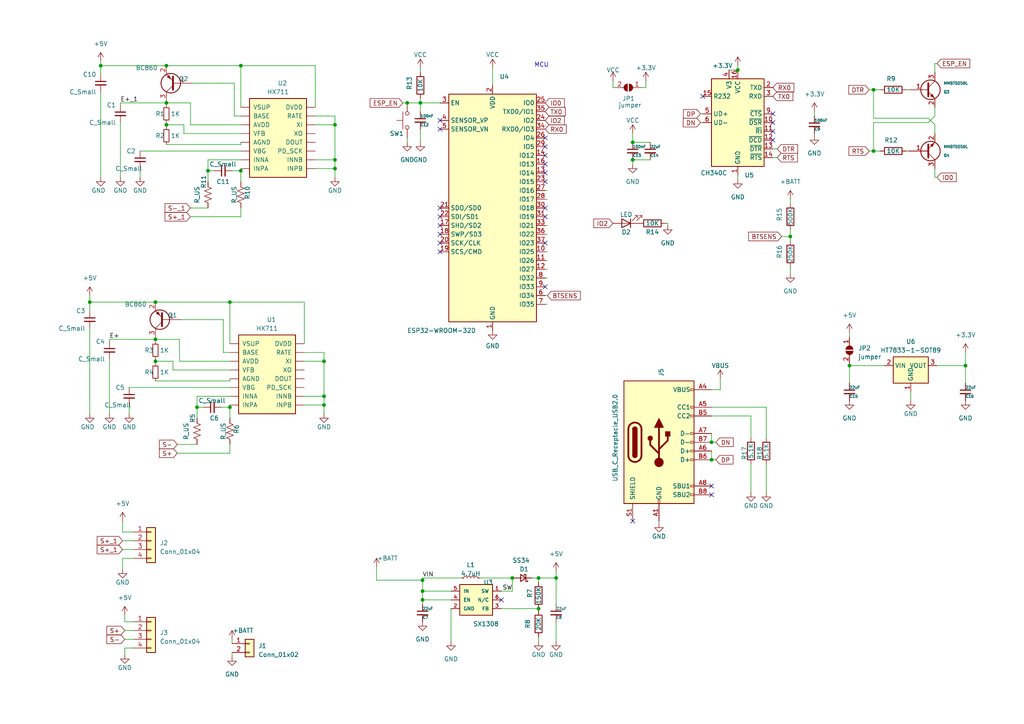
<source format=kicad_sch>
(kicad_sch (version 20230121) (generator eeschema)
  (paper "A4")
  (junction (at 229.235 68.58))
  (junction (at 121.92 29.845))
  (junction (at 66.675 87.63))
  (junction (at 93.98 117.475))
  (junction (at 66.675 118.11))
  (junction (at 122.555 168.275))
  (junction (at 69.85 19.05))
  (junction (at 280.035 106.045))
  (junction (at 60.325 49.53))
  (junction (at 183.515 46.355))
  (junction (at 48.26 36.195))
  (junction (at 156.21 167.64))
  (junction (at 161.29 167.64))
  (junction (at 93.98 104.775))
  (junction (at 148.59 167.64))
  (junction (at 48.26 19.05))
  (junction (at 97.155 36.195))
  (junction (at 253.365 26.035))
  (junction (at 45.085 87.63))
  (junction (at 69.85 49.53))
  (junction (at 45.085 98.425))
  (junction (at 122.555 173.99))
  (junction (at 183.515 41.275))
  (junction (at 97.155 46.355))
  (junction (at 93.98 114.935))
  (junction (at 122.555 171.45))
  (junction (at 48.26 29.845))
  (junction (at 26.035 87.63))
  (junction (at 253.365 43.815))
  (junction (at 213.995 20.32))
  (junction (at 97.155 48.895))
  (junction (at 206.375 133.35))
  (junction (at 118.11 29.845))
  (junction (at 29.21 19.05))
  (junction (at 45.085 104.775))
  (junction (at 57.15 118.11))
  (junction (at 246.38 106.045))
  (junction (at 156.21 176.53))
  (junction (at 206.375 128.27))
  (no_connect (at 158.115 83.185))
  (no_connect (at 224.155 35.56))
  (no_connect (at 127.635 73.025))
  (no_connect (at 145.415 173.99))
  (no_connect (at 158.115 70.485))
  (no_connect (at 127.635 70.485))
  (no_connect (at 158.115 62.865))
  (no_connect (at 158.115 45.085))
  (no_connect (at 224.155 40.64))
  (no_connect (at 127.635 37.465))
  (no_connect (at 206.375 140.97))
  (no_connect (at 127.635 67.945))
  (no_connect (at 127.635 62.865))
  (no_connect (at 224.155 38.1))
  (no_connect (at 203.835 27.94))
  (no_connect (at 158.115 47.625))
  (no_connect (at 183.515 151.13))
  (no_connect (at 158.115 52.705))
  (no_connect (at 158.115 60.325))
  (no_connect (at 127.635 34.925))
  (no_connect (at 127.635 65.405))
  (no_connect (at 206.375 143.51))
  (no_connect (at 127.635 60.325))
  (no_connect (at 158.115 40.005))
  (no_connect (at 158.115 42.545))
  (no_connect (at 224.155 33.02))
  (no_connect (at 158.115 50.165))
  (wire (pts (xy 93.98 114.935) (xy 93.98 117.475)))
  (wire (pts (xy 29.21 26.67) (xy 29.21 51.435)))
  (wire (pts (xy 121.92 28.575) (xy 121.92 29.845)))
  (wire (pts (xy 252.095 26.035) (xy 253.365 26.035)))
  (wire (pts (xy 229.235 66.675) (xy 229.235 68.58)))
  (wire (pts (xy 118.11 40.005) (xy 118.11 41.275)))
  (wire (pts (xy 156.21 167.64) (xy 156.21 168.91)))
  (wire (pts (xy 193.675 64.77) (xy 193.675 65.405)))
  (wire (pts (xy 158.115 75.565) (xy 158.75 75.565)))
  (wire (pts (xy 158.75 88.265) (xy 158.115 88.265)))
  (wire (pts (xy 48.26 36.195) (xy 48.26 36.83)))
  (wire (pts (xy 66.675 118.11) (xy 66.675 121.285)))
  (wire (pts (xy 31.75 104.14) (xy 31.75 120.015)))
  (wire (pts (xy 158.115 65.405) (xy 158.75 65.405)))
  (wire (pts (xy 62.23 49.53) (xy 60.325 49.53)))
  (wire (pts (xy 29.21 19.05) (xy 48.26 19.05)))
  (wire (pts (xy 158.115 78.105) (xy 158.75 78.105)))
  (wire (pts (xy 280.035 106.045) (xy 280.035 111.125)))
  (wire (pts (xy 60.325 52.705) (xy 60.325 49.53)))
  (wire (pts (xy 45.085 110.49) (xy 66.675 110.49)))
  (wire (pts (xy 262.89 43.815) (xy 263.525 43.815)))
  (wire (pts (xy 271.145 51.435) (xy 271.78 51.435)))
  (wire (pts (xy 69.85 38.735) (xy 53.34 38.735)))
  (wire (pts (xy 116.84 29.845) (xy 118.11 29.845)))
  (wire (pts (xy 158.75 55.245) (xy 158.115 55.245)))
  (wire (pts (xy 158.115 57.785) (xy 158.75 57.785)))
  (wire (pts (xy 109.22 168.275) (xy 122.555 168.275)))
  (wire (pts (xy 93.98 104.775) (xy 93.98 114.935)))
  (wire (pts (xy 122.555 171.45) (xy 122.555 173.99)))
  (wire (pts (xy 45.085 97.79) (xy 45.085 98.425)))
  (wire (pts (xy 45.085 98.425) (xy 52.07 98.425)))
  (wire (pts (xy 145.415 171.45) (xy 148.59 171.45)))
  (wire (pts (xy 93.98 117.475) (xy 93.98 120.015)))
  (wire (pts (xy 121.92 37.465) (xy 121.92 41.275)))
  (wire (pts (xy 66.675 107.315) (xy 50.165 107.315)))
  (wire (pts (xy 156.21 167.64) (xy 161.29 167.64)))
  (wire (pts (xy 269.24 34.29) (xy 271.145 36.195)))
  (wire (pts (xy 217.805 127) (xy 217.805 120.65)))
  (wire (pts (xy 158.115 80.645) (xy 158.75 80.645)))
  (wire (pts (xy 253.365 26.035) (xy 253.365 34.29)))
  (wire (pts (xy 45.085 104.775) (xy 50.165 104.775)))
  (wire (pts (xy 109.22 168.275) (xy 109.22 164.465)))
  (wire (pts (xy 36.195 187.96) (xy 36.195 189.865)))
  (wire (pts (xy 36.195 180.34) (xy 38.735 180.34)))
  (wire (pts (xy 229.235 57.785) (xy 229.235 59.055)))
  (wire (pts (xy 38.735 154.305) (xy 35.56 154.305)))
  (wire (pts (xy 55.245 60.325) (xy 60.325 60.325)))
  (wire (pts (xy 37.465 117.475) (xy 37.465 120.015)))
  (wire (pts (xy 183.515 46.355) (xy 183.515 47.625)))
  (wire (pts (xy 158.115 73.025) (xy 158.75 73.025)))
  (wire (pts (xy 48.26 41.91) (xy 69.85 41.91)))
  (wire (pts (xy 88.265 117.475) (xy 93.98 117.475)))
  (wire (pts (xy 161.29 165.735) (xy 161.29 167.64)))
  (wire (pts (xy 206.375 128.27) (xy 207.645 128.27)))
  (wire (pts (xy 97.155 46.355) (xy 97.155 48.895)))
  (wire (pts (xy 122.555 171.45) (xy 130.81 171.45)))
  (wire (pts (xy 222.25 118.11) (xy 206.375 118.11)))
  (wire (pts (xy 264.16 116.205) (xy 264.16 113.665)))
  (wire (pts (xy 97.155 48.895) (xy 97.155 51.435)))
  (wire (pts (xy 121.92 32.385) (xy 121.92 29.845)))
  (wire (pts (xy 222.25 127) (xy 222.25 118.11)))
  (wire (pts (xy 118.11 29.845) (xy 121.92 29.845)))
  (wire (pts (xy 69.85 41.91) (xy 69.85 41.275)))
  (wire (pts (xy 67.31 189.23) (xy 67.31 190.5)))
  (wire (pts (xy 229.235 68.58) (xy 229.235 69.85)))
  (wire (pts (xy 88.265 102.235) (xy 93.98 102.235)))
  (wire (pts (xy 206.375 125.73) (xy 206.375 128.27)))
  (wire (pts (xy 246.38 96.52) (xy 246.38 97.79)))
  (wire (pts (xy 52.07 98.425) (xy 52.07 104.775)))
  (wire (pts (xy 183.515 38.735) (xy 183.515 41.275)))
  (wire (pts (xy 253.365 34.29) (xy 269.24 34.29)))
  (wire (pts (xy 224.155 45.72) (xy 225.425 45.72)))
  (wire (pts (xy 35.56 161.925) (xy 35.56 165.1)))
  (wire (pts (xy 206.375 130.81) (xy 206.375 133.35)))
  (wire (pts (xy 122.555 173.99) (xy 122.555 175.26)))
  (wire (pts (xy 59.055 118.11) (xy 57.15 118.11)))
  (wire (pts (xy 246.38 106.045) (xy 256.54 106.045)))
  (wire (pts (xy 69.85 60.325) (xy 69.85 62.865)))
  (wire (pts (xy 188.595 46.355) (xy 183.515 46.355)))
  (wire (pts (xy 122.555 168.275) (xy 122.555 171.45)))
  (wire (pts (xy 45.085 104.775) (xy 45.085 105.41)))
  (wire (pts (xy 69.85 49.53) (xy 67.31 49.53)))
  (wire (pts (xy 236.22 39.37) (xy 236.22 38.735)))
  (wire (pts (xy 271.145 31.115) (xy 271.145 33.655)))
  (wire (pts (xy 88.265 99.695) (xy 88.265 87.63)))
  (wire (pts (xy 66.675 110.49) (xy 66.675 109.855)))
  (wire (pts (xy 48.26 19.05) (xy 69.85 19.05)))
  (wire (pts (xy 55.245 62.865) (xy 69.85 62.865)))
  (wire (pts (xy 52.705 92.71) (xy 64.77 92.71)))
  (wire (pts (xy 66.675 118.11) (xy 64.135 118.11)))
  (wire (pts (xy 149.225 167.64) (xy 148.59 167.64)))
  (wire (pts (xy 246.38 105.41) (xy 246.38 106.045)))
  (wire (pts (xy 31.75 98.425) (xy 31.75 99.06)))
  (wire (pts (xy 122.555 173.99) (xy 130.81 173.99)))
  (wire (pts (xy 156.21 176.53) (xy 156.21 177.165)))
  (wire (pts (xy 66.675 114.935) (xy 57.15 114.935)))
  (wire (pts (xy 57.15 121.285) (xy 57.15 118.11)))
  (wire (pts (xy 161.29 167.64) (xy 161.29 175.26)))
  (wire (pts (xy 35.56 159.385) (xy 38.735 159.385)))
  (wire (pts (xy 64.77 92.71) (xy 64.77 102.235)))
  (wire (pts (xy 203.2 33.02) (xy 203.835 33.02)))
  (wire (pts (xy 208.915 109.855) (xy 208.915 113.03)))
  (wire (pts (xy 31.75 98.425) (xy 45.085 98.425)))
  (wire (pts (xy 193.675 64.77) (xy 193.04 64.77)))
  (wire (pts (xy 29.21 17.78) (xy 29.21 19.05)))
  (wire (pts (xy 97.155 33.655) (xy 97.155 36.195)))
  (wire (pts (xy 97.155 36.195) (xy 97.155 46.355)))
  (wire (pts (xy 35.56 156.845) (xy 38.735 156.845)))
  (wire (pts (xy 186.055 25.4) (xy 187.325 25.4)))
  (wire (pts (xy 191.135 151.765) (xy 191.135 151.13)))
  (wire (pts (xy 91.44 33.655) (xy 97.155 33.655)))
  (wire (pts (xy 34.925 35.56) (xy 34.925 51.435)))
  (wire (pts (xy 48.26 35.56) (xy 48.26 36.195)))
  (wire (pts (xy 208.915 113.03) (xy 206.375 113.03)))
  (wire (pts (xy 148.59 167.64) (xy 148.59 171.45)))
  (wire (pts (xy 26.035 87.63) (xy 45.085 87.63)))
  (wire (pts (xy 48.26 29.21) (xy 48.26 29.845)))
  (wire (pts (xy 88.265 114.935) (xy 93.98 114.935)))
  (wire (pts (xy 177.8 25.4) (xy 178.435 25.4)))
  (wire (pts (xy 122.555 167.64) (xy 122.555 168.275)))
  (wire (pts (xy 67.945 24.13) (xy 67.945 33.655)))
  (wire (pts (xy 67.31 185.42) (xy 67.31 186.69)))
  (wire (pts (xy 69.85 31.115) (xy 69.85 19.05)))
  (wire (pts (xy 69.85 49.53) (xy 69.85 52.705)))
  (wire (pts (xy 35.56 151.13) (xy 35.56 154.305)))
  (wire (pts (xy 222.25 134.62) (xy 222.25 142.875)))
  (wire (pts (xy 36.195 178.435) (xy 36.195 180.34)))
  (wire (pts (xy 40.64 43.815) (xy 69.85 43.815)))
  (wire (pts (xy 158.75 85.725) (xy 158.115 85.725)))
  (wire (pts (xy 38.735 187.96) (xy 36.195 187.96)))
  (wire (pts (xy 253.365 35.56) (xy 269.24 35.56)))
  (wire (pts (xy 271.145 51.435) (xy 271.145 48.895)))
  (wire (pts (xy 122.555 167.64) (xy 133.985 167.64)))
  (wire (pts (xy 93.98 102.235) (xy 93.98 104.775)))
  (wire (pts (xy 142.875 19.685) (xy 142.875 24.765)))
  (wire (pts (xy 36.195 185.42) (xy 38.735 185.42)))
  (wire (pts (xy 252.095 43.815) (xy 253.365 43.815)))
  (wire (pts (xy 66.675 118.11) (xy 66.675 117.475)))
  (wire (pts (xy 213.995 50.8) (xy 213.995 52.07)))
  (wire (pts (xy 217.805 120.65) (xy 206.375 120.65)))
  (wire (pts (xy 69.85 19.05) (xy 91.44 19.05)))
  (wire (pts (xy 48.26 30.48) (xy 48.26 29.845)))
  (wire (pts (xy 88.265 104.775) (xy 93.98 104.775)))
  (wire (pts (xy 262.89 26.035) (xy 263.525 26.035)))
  (wire (pts (xy 57.15 114.935) (xy 57.15 118.11)))
  (wire (pts (xy 55.88 24.13) (xy 67.945 24.13)))
  (wire (pts (xy 91.44 36.195) (xy 97.155 36.195)))
  (wire (pts (xy 207.645 133.35) (xy 206.375 133.35)))
  (wire (pts (xy 145.415 176.53) (xy 156.21 176.53)))
  (wire (pts (xy 69.85 49.53) (xy 69.85 48.895)))
  (wire (pts (xy 50.165 104.775) (xy 50.165 107.315)))
  (wire (pts (xy 91.44 48.895) (xy 97.155 48.895)))
  (wire (pts (xy 188.595 41.275) (xy 183.515 41.275)))
  (wire (pts (xy 211.455 20.32) (xy 213.995 20.32)))
  (wire (pts (xy 213.995 19.05) (xy 213.995 20.32)))
  (wire (pts (xy 280.035 102.235) (xy 280.035 106.045)))
  (wire (pts (xy 37.465 112.395) (xy 66.675 112.395)))
  (wire (pts (xy 271.78 106.045) (xy 280.035 106.045)))
  (wire (pts (xy 48.26 36.195) (xy 53.34 36.195)))
  (wire (pts (xy 45.085 99.06) (xy 45.085 98.425)))
  (wire (pts (xy 253.365 43.815) (xy 255.27 43.815)))
  (wire (pts (xy 45.085 104.14) (xy 45.085 104.775)))
  (wire (pts (xy 34.925 29.845) (xy 34.925 30.48)))
  (wire (pts (xy 269.24 35.56) (xy 271.145 33.655)))
  (wire (pts (xy 203.2 35.56) (xy 203.835 35.56)))
  (wire (pts (xy 91.44 31.115) (xy 91.44 19.05)))
  (wire (pts (xy 67.945 33.655) (xy 69.85 33.655)))
  (wire (pts (xy 66.675 99.695) (xy 66.675 87.63)))
  (wire (pts (xy 271.145 20.955) (xy 271.145 18.415)))
  (wire (pts (xy 66.675 128.905) (xy 66.675 131.445)))
  (wire (pts (xy 253.365 26.035) (xy 255.27 26.035)))
  (wire (pts (xy 55.245 36.195) (xy 69.85 36.195)))
  (wire (pts (xy 66.675 87.63) (xy 88.265 87.63)))
  (wire (pts (xy 51.435 128.905) (xy 57.15 128.905)))
  (wire (pts (xy 224.155 43.18) (xy 225.425 43.18)))
  (wire (pts (xy 66.675 131.445) (xy 51.435 131.445)))
  (wire (pts (xy 26.035 95.25) (xy 26.035 120.015)))
  (wire (pts (xy 69.85 46.355) (xy 60.325 46.355)))
  (wire (pts (xy 187.325 25.4) (xy 187.325 23.495)))
  (wire (pts (xy 246.38 106.045) (xy 246.38 111.125)))
  (wire (pts (xy 34.925 29.845) (xy 48.26 29.845)))
  (wire (pts (xy 161.29 180.34) (xy 161.29 186.055)))
  (wire (pts (xy 29.21 19.05) (xy 29.21 21.59)))
  (wire (pts (xy 156.21 184.785) (xy 156.21 186.055)))
  (wire (pts (xy 26.035 85.725) (xy 26.035 87.63)))
  (wire (pts (xy 121.92 29.845) (xy 127.635 29.845)))
  (wire (pts (xy 121.92 19.685) (xy 121.92 20.955)))
  (wire (pts (xy 53.34 36.195) (xy 53.34 38.735)))
  (wire (pts (xy 271.145 18.415) (xy 271.78 18.415)))
  (wire (pts (xy 45.085 87.63) (xy 66.675 87.63)))
  (wire (pts (xy 139.065 167.64) (xy 148.59 167.64)))
  (wire (pts (xy 91.44 46.355) (xy 97.155 46.355)))
  (wire (pts (xy 229.235 77.47) (xy 229.235 79.375)))
  (wire (pts (xy 226.695 68.58) (xy 229.235 68.58)))
  (wire (pts (xy 48.26 29.845) (xy 55.245 29.845)))
  (wire (pts (xy 271.145 36.195) (xy 271.145 38.735)))
  (wire (pts (xy 177.8 23.495) (xy 177.8 25.4)))
  (wire (pts (xy 154.305 167.64) (xy 156.21 167.64)))
  (wire (pts (xy 158.115 67.945) (xy 158.75 67.945)))
  (wire (pts (xy 217.805 134.62) (xy 217.805 142.875)))
  (wire (pts (xy 236.22 32.385) (xy 236.22 33.655)))
  (wire (pts (xy 38.735 161.925) (xy 35.56 161.925)))
  (wire (pts (xy 55.245 29.845) (xy 55.245 36.195)))
  (wire (pts (xy 36.195 182.88) (xy 38.735 182.88)))
  (wire (pts (xy 64.77 102.235) (xy 66.675 102.235)))
  (wire (pts (xy 40.64 48.895) (xy 40.64 51.435)))
  (wire (pts (xy 253.365 43.815) (xy 253.365 35.56)))
  (wire (pts (xy 130.81 176.53) (xy 130.81 186.055)))
  (wire (pts (xy 60.325 46.355) (xy 60.325 49.53)))
  (wire (pts (xy 26.035 87.63) (xy 26.035 90.17)))
  (wire (pts (xy 52.07 104.775) (xy 66.675 104.775)))
  (text "MCU\n" (at 154.94 19.685 0) (effects (font (size 1.27 1.27)) (justify left bottom)))
  (label "E+_1" (at 34.925 29.845 0))
  (label "E+" (at 31.75 98.425 0))
  (label "VIN" (at 122.555 167.64 0))
  (label "SW" (at 148.59 171.45 180))
  (global_label "IO0" (shape input) (at 271.78 51.435 0) (property "Intersheetrefs" "${INTERSHEET_REFS}" (effects hide)))
  (global_label "S-" (shape input) (at 36.195 185.42 180) (property "Intersheetrefs" "${INTERSHEET_REFS}" (effects hide)))
  (global_label "DTR" (shape input) (at 225.425 43.18 0) (property "Intersheetrefs" "${INTERSHEET_REFS}" (effects hide)))
  (global_label "DP" (shape input) (at 203.2 33.02 180) (property "Intersheetrefs" "${INTERSHEET_REFS}" (effects hide)))
  (global_label "S+" (shape input) (at 51.435 131.445 180) (property "Intersheetrefs" "${INTERSHEET_REFS}" (effects hide)))
  (global_label "DP" (shape input) (at 207.645 133.35 0) (property "Intersheetrefs" "${INTERSHEET_REFS}" (effects hide)))
  (global_label "RTS" (shape input) (at 252.095 43.815 180) (property "Intersheetrefs" "${INTERSHEET_REFS}" (effects hide)))
  (global_label "S+_1" (shape input) (at 35.56 156.845 180) (property "Intersheetrefs" "${INTERSHEET_REFS}" (effects hide)))
  (global_label "S+_1" (shape input) (at 35.56 159.385 180) (property "Intersheetrefs" "${INTERSHEET_REFS}" (effects hide)))
  (global_label "TX0" (shape input) (at 158.115 32.385 0) (property "Intersheetrefs" "${INTERSHEET_REFS}" (effects hide)))
  (global_label "DTR" (shape input) (at 252.095 26.035 180) (property "Intersheetrefs" "${INTERSHEET_REFS}" (effects hide)))
  (global_label "BTSENS" (shape input) (at 226.695 68.58 180) (property "Intersheetrefs" "${INTERSHEET_REFS}" (effects hide)))
  (global_label "S+_1" (shape input) (at 55.245 62.865 180) (property "Intersheetrefs" "${INTERSHEET_REFS}" (effects hide)))
  (global_label "S-_1" (shape input) (at 55.245 60.325 180) (property "Intersheetrefs" "${INTERSHEET_REFS}" (effects hide)))
  (global_label "BTSENS" (shape input) (at 158.75 85.725 0) (property "Intersheetrefs" "${INTERSHEET_REFS}" (effects hide)))
  (global_label "RTS" (shape input) (at 225.425 45.72 0) (property "Intersheetrefs" "${INTERSHEET_REFS}" (effects hide)))
  (global_label "ESP_EN" (shape input) (at 116.84 29.845 180) (property "Intersheetrefs" "${INTERSHEET_REFS}" (effects hide)))
  (global_label "IO2" (shape input) (at 177.8 64.77 180) (property "Intersheetrefs" "${INTERSHEET_REFS}" (effects hide)))
  (global_label "DN" (shape input) (at 207.645 128.27 0) (property "Intersheetrefs" "${INTERSHEET_REFS}" (effects hide)))
  (global_label "IO2" (shape input) (at 158.115 34.925 0) (property "Intersheetrefs" "${INTERSHEET_REFS}" (effects hide)))
  (global_label "IO0" (shape input) (at 158.115 29.845 0) (property "Intersheetrefs" "${INTERSHEET_REFS}" (effects hide)))
  (global_label "RX0" (shape input) (at 224.155 25.4 0) (property "Intersheetrefs" "${INTERSHEET_REFS}" (effects hide)))
  (global_label "S-" (shape input) (at 51.435 128.905 180) (property "Intersheetrefs" "${INTERSHEET_REFS}" (effects hide)))
  (global_label "S+" (shape input) (at 36.195 182.88 180) (property "Intersheetrefs" "${INTERSHEET_REFS}" (effects hide)))
  (global_label "RX0" (shape input) (at 158.115 37.465 0) (property "Intersheetrefs" "${INTERSHEET_REFS}" (effects hide)))
  (global_label "ESP_EN" (shape input) (at 271.78 18.415 0) (property "Intersheetrefs" "${INTERSHEET_REFS}" (effects hide)))
  (global_label "DN" (shape input) (at 203.2 35.56 180) (property "Intersheetrefs" "${INTERSHEET_REFS}" (effects hide)))
  (global_label "TX0" (shape input) (at 224.155 27.94 0) (property "Intersheetrefs" "${INTERSHEET_REFS}" (effects hide)))
  (symbol (lib_id "Device:R_US") (at 57.15 125.095 180) (unit 1)
    (property "Reference" "R5" (at 55.88 121.285 90))
    (property "Value" "R_US" (at 53.975 125.095 90))
    (property "Footprint" "Resistor_SMD:R_0603_1608Metric_Pad0.98x0.95mm_HandSolder" (effects hide))
  )
  (symbol (lib_id "power:GND") (at 246.38 116.205 0) (unit 1)
    (property "Reference" "#PWR030" (effects hide))
    (property "Value" "GND" (at 246.38 121.285 0))
  )
  (symbol (lib_id "Device:R") (at 156.21 180.975 180) (unit 1)
    (property "Reference" "R8" (at 153.035 180.975 90))
    (property "Value" "20K" (at 156.21 180.975 90))
    (property "Footprint" "Resistor_SMD:R_0603_1608Metric_Pad0.98x0.95mm_HandSolder" (effects hide))
  )
  (symbol (lib_id "Device:R") (at 222.25 130.81 180) (unit 1)
    (property "Reference" "R18" (at 220.345 131.445 90))
    (property "Value" "5.1K" (at 222.25 130.81 90))
    (property "Footprint" "Resistor_SMD:R_0603_1608Metric_Pad0.98x0.95mm_HandSolder" (effects hide))
  )
  (symbol (lib_id "power:GND") (at 31.75 120.015 0) (unit 1)
    (property "Reference" "#PWR06" (effects hide))
    (property "Value" "GND" (at 31.75 123.825 0))
  )
  (symbol (lib_id "power:GND") (at 229.235 79.375 0) (unit 1)
    (property "Reference" "#PWR035" (effects hide))
    (property "Value" "GND" (at 229.235 84.455 0))
  )
  (symbol (lib_id "Transistor_BJT:MMBT5550L") (at 268.605 43.815 0) (mirror x) (unit 1)
    (property "Reference" "Q4" (at 273.685 45.0851 0) (effects (font (size 0.8 0.8)) (justify left)))
    (property "Value" "MMBT5550L" (at 273.685 42.5451 0) (effects (font (size 0.8 0.8)) (justify left)))
    (property "Footprint" "Package_TO_SOT_SMD:SOT-23" (effects hide))
    (property "Datasheet" "www.onsemi.com/pub/Collateral/MMBT5550LT1-D.PDF" (effects hide))
  )
  (symbol (lib_id "Connector_Generic:Conn_01x02") (at 72.39 186.69 0) (unit 1)
    (property "Reference" "J1" (at 74.93 187.325 0) (effects (justify left)))
    (property "Value" "Conn_01x02" (at 74.93 189.865 0) (effects (justify left)))
    (property "Footprint" "Connector_JST:JST_PH_S2B-PH-K_1x02_P2.00mm_Horizontal" (effects hide))
  )
  (symbol (lib_id "Jumper:SolderJumper_2_Open") (at 182.245 25.4 180) (unit 1)
    (property "Reference" "JP1" (at 184.15 28.575 0) (effects (justify left)))
    (property "Value" "jumper" (at 186.055 30.48 0) (effects (justify left)))
    (property "Footprint" "Resistor_SMD:R_0603_1608Metric_Pad0.98x0.95mm_HandSolder" (effects hide))
  )
  (symbol (lib_id "Device:R") (at 229.235 62.865 180) (unit 1)
    (property "Reference" "R15" (at 226.06 62.23 90))
    (property "Value" "500K" (at 229.235 62.865 90))
    (property "Footprint" "Resistor_SMD:R_0603_1608Metric_Pad0.98x0.95mm_HandSolder" (effects hide))
  )
  (symbol (lib_id "power:+BATT") (at 67.31 185.42 0) (unit 1)
    (property "Reference" "#PWR051" (effects hide))
    (property "Value" "+BATT" (at 70.485 182.88 0))
  )
  (symbol (lib_id "power:+3.3V") (at 280.035 102.235 0) (unit 1)
    (property "Reference" "#PWR032" (effects hide))
    (property "Value" "+3.3V" (at 280.035 97.155 0))
  )
  (symbol (lib_id "power:GND") (at 40.64 51.435 0) (unit 1)
    (property "Reference" "#PWR03" (effects hide))
    (property "Value" "GND" (at 40.64 55.245 0))
  )
  (symbol (lib_id "power:GND") (at 183.515 47.625 0) (unit 1)
    (property "Reference" "#PWR026" (effects hide))
    (property "Value" "GND" (at 183.515 52.705 0))
  )
  (symbol (lib_id "Device:C_Small") (at 31.75 101.6 0) (mirror y) (unit 1)
    (property "Reference" "C4" (at 30.48 99.06 0) (effects (justify left)))
    (property "Value" "C_Small" (at 30.48 104.14 0) (effects (justify left)))
    (property "Footprint" "Capacitor_SMD:C_0603_1608Metric_Pad1.08x0.95mm_HandSolder" (effects hide))
  )
  (symbol (lib_id "Connector_Generic:Conn_01x04") (at 43.815 182.88 0) (unit 1)
    (property "Reference" "J3" (at 46.355 183.515 0) (effects (justify left)))
    (property "Value" "Conn_01x04" (at 46.355 186.055 0) (effects (justify left)))
    (property "Footprint" "Connector_JST:JST_PH_S4B-PH-K_1x04_P2.00mm_Horizontal" (effects hide))
  )
  (symbol (lib_id "power:GND") (at 191.135 151.765 0) (unit 1)
    (property "Reference" "#PWR036" (effects hide))
    (property "Value" "GND" (at 191.135 155.575 0))
  )
  (symbol (lib_id "RF_Module:ESP32-WROOM-32D") (at 142.875 60.325 0) (unit 1)
    (property "Reference" "U4" (at 144.8944 22.225 0) (effects (justify left)))
    (property "Value" "ESP32-WROOM-32D" (at 118.11 95.885 0) (effects (justify left)))
    (property "Footprint" "RF_Module:ESP32-WROOM-32" (effects hide))
    (property "Datasheet" "https://www.espressif.com/sites/default/files/documentation/esp32-wroom-32d_esp32-wroom-32u_datasheet_en.pdf" (effects hide))
  )
  (symbol (lib_id "Device:D_Schottky_Small") (at 151.765 167.64 180) (unit 1)
    (property "Reference" "D1" (at 152.019 165.1 0))
    (property "Value" "SS34" (at 151.13 162.56 0))
    (property "Footprint" "Diode_SMD:D_SMA" (effects hide))
  )
  (symbol (lib_id "power:+5V") (at 29.21 17.78 0) (unit 1)
    (property "Reference" "#PWR046" (effects hide))
    (property "Value" "+5V" (at 29.21 12.7 0))
  )
  (symbol (lib_id "Device:R_US") (at 66.675 125.095 0) (unit 1)
    (property "Reference" "R6" (at 68.58 124.46 90))
    (property "Value" "R_US" (at 64.77 125.095 90))
    (property "Footprint" "Resistor_SMD:R_0603_1608Metric_Pad0.98x0.95mm_HandSolder" (effects hide))
  )
  (symbol (lib_id "power:GND") (at 217.805 142.875 0) (unit 1)
    (property "Reference" "#PWR038" (effects hide))
    (property "Value" "GND" (at 217.805 146.685 0))
  )
  (symbol (lib_id "power:GND") (at 222.25 142.875 0) (unit 1)
    (property "Reference" "#PWR039" (effects hide))
    (property "Value" "GND" (at 222.25 146.685 0))
  )
  (symbol (lib_id "Device:R_US") (at 60.325 56.515 180) (unit 1)
    (property "Reference" "R11" (at 59.055 52.705 90))
    (property "Value" "R_US" (at 57.15 56.515 90))
    (property "Footprint" "Resistor_SMD:R_0603_1608Metric_Pad0.98x0.95mm_HandSolder" (effects hide))
  )
  (symbol (lib_id "Device:R") (at 229.235 73.66 180) (unit 1)
    (property "Reference" "R16" (at 226.06 73.025 90))
    (property "Value" "250K" (at 229.235 73.66 90))
    (property "Footprint" "Resistor_SMD:R_0603_1608Metric_Pad0.98x0.95mm_HandSolder" (effects hide))
  )
  (symbol (lib_id "power:+5V") (at 26.035 85.725 0) (unit 1)
    (property "Reference" "#PWR053" (effects hide))
    (property "Value" "+5V" (at 26.035 80.645 0))
  )
  (symbol (lib_id "power:+3.3V") (at 236.22 32.385 0) (unit 1)
    (property "Reference" "#PWR017" (effects hide))
    (property "Value" "+3.3V" (at 236.22 27.305 0))
  )
  (symbol (lib_id "Connector_Generic:Conn_01x04") (at 43.815 156.845 0) (unit 1)
    (property "Reference" "J2" (at 46.355 157.48 0) (effects (justify left)))
    (property "Value" "Conn_01x04" (at 46.355 160.02 0) (effects (justify left)))
    (property "Footprint" "Connector_JST:JST_PH_S4B-PH-K_1x04_P2.00mm_Horizontal" (effects hide))
  )
  (symbol (lib_id "power:+5V") (at 35.56 151.13 0) (unit 1)
    (property "Reference" "#PWR049" (effects hide))
    (property "Value" "+5V" (at 35.56 146.05 0))
  )
  (symbol (lib_id "power:VBUS") (at 208.915 109.855 0) (unit 1)
    (property "Reference" "#PWR037" (effects hide))
    (property "Value" "VBUS" (at 208.915 106.045 0))
  )
  (symbol (lib_id "Device:C_Small") (at 188.595 43.815 0) (unit 1)
    (property "Reference" "C14" (at 188.595 45.085 0) (effects (font (size 0.8 0.8)) (justify left)))
    (property "Value" "22uF" (at 188.595 42.545 0) (effects (font (size 0.8 0.8)) (justify left)))
    (property "Footprint" "Capacitor_SMD:C_0603_1608Metric_Pad1.08x0.95mm_HandSolder" (effects hide))
  )
  (symbol (lib_id "power:+3.3V") (at 187.325 23.495 0) (unit 1)
    (property "Reference" "#PWR027" (effects hide))
    (property "Value" "+3.3V" (at 187.325 19.685 0))
  )
  (symbol (lib_id "Device:C_Small") (at 280.035 113.665 0) (unit 1)
    (property "Reference" "C16" (at 280.035 114.935 0) (effects (font (size 0.8 0.8)) (justify left)))
    (property "Value" "22uF" (at 280.035 112.395 0) (effects (font (size 0.8 0.8)) (justify left)))
    (property "Footprint" "Capacitor_SMD:C_0603_1608Metric_Pad1.08x0.95mm_HandSolder" (effects hide))
  )
  (symbol (lib_id "Device:C_Small") (at 121.92 34.925 0) (unit 1)
    (property "Reference" "C12" (at 121.92 36.195 0) (effects (font (size 0.8 0.8)) (justify left)))
    (property "Value" "100nF" (at 121.92 33.655 0) (effects (font (size 0.8 0.8)) (justify left)))
    (property "Footprint" "Capacitor_SMD:C_0603_1608Metric_Pad1.08x0.95mm_HandSolder" (effects hide))
  )
  (symbol (lib_id "Device:C_Small") (at 183.515 43.815 0) (unit 1)
    (property "Reference" "C13" (at 183.515 45.085 0) (effects (font (size 0.8 0.8)) (justify left)))
    (property "Value" "100nF" (at 183.515 42.545 0) (effects (font (size 0.8 0.8)) (justify left)))
    (property "Footprint" "Capacitor_SMD:C_0603_1608Metric_Pad1.08x0.95mm_HandSolder" (effects hide))
  )
  (symbol (lib_id "power:+3.3V") (at 213.995 19.05 0) (unit 1)
    (property "Reference" "#PWR015" (effects hide))
    (property "Value" "+3.3V" (at 209.55 19.05 0))
  )
  (symbol (lib_id "Device:R") (at 121.92 24.765 180) (unit 1)
    (property "Reference" "R13" (at 118.745 24.13 90))
    (property "Value" "10K" (at 121.92 24.765 90))
    (property "Footprint" "Resistor_SMD:R_0603_1608Metric_Pad0.98x0.95mm_HandSolder" (effects hide))
  )
  (symbol (lib_id "Device:R_US") (at 69.85 56.515 0) (unit 1)
    (property "Reference" "R10" (at 71.755 55.88 90))
    (property "Value" "R_US" (at 67.945 56.515 90))
    (property "Footprint" "Resistor_SMD:R_0603_1608Metric_Pad0.98x0.95mm_HandSolder" (effects hide))
  )
  (symbol (lib_id "power:GND") (at 213.995 52.07 0) (unit 1)
    (property "Reference" "#PWR016" (effects hide))
    (property "Value" "GND" (at 213.995 57.15 0))
  )
  (symbol (lib_id "power:GND") (at 35.56 165.1 0) (unit 1)
    (property "Reference" "#PWR050" (effects hide))
    (property "Value" "GND" (at 35.56 168.91 0))
  )
  (symbol (lib_id "power:GND") (at 280.035 116.205 0) (unit 1)
    (property "Reference" "#PWR033" (effects hide))
    (property "Value" "GND" (at 280.035 121.285 0))
  )
  (symbol (lib_id "Device:C_Small") (at 61.595 118.11 90) (unit 1)
    (property "Reference" "C6" (at 63.5 121.285 90) (effects (justify left)))
    (property "Value" "C_Small" (at 65.405 116.205 90) (effects (justify left)))
    (property "Footprint" "Capacitor_SMD:C_0603_1608Metric_Pad1.08x0.95mm_HandSolder" (effects hide))
  )
  (symbol (lib_id "Device:R_Small") (at 48.26 39.37 180) (unit 1)
    (property "Reference" "R2" (at 45.085 39.37 0) (effects (justify right)))
    (property "Value" "1K" (at 49.53 39.37 0) (effects (justify right)))
    (property "Footprint" "Resistor_SMD:R_0603_1608Metric_Pad0.98x0.95mm_HandSolder" (effects hide))
  )
  (symbol (lib_name "HX711_1") (lib_id "HX711:HX711") (at 81.28 23.495 0) (unit 1)
    (property "Reference" "U2" (at 81.915 24.13 0))
    (property "Value" "HX711" (at 80.645 26.67 0))
    (property "Footprint" "HX711:SOP127P600X180-16N" (effects hide))
    (property "MAXIMUM_PACKAGE_HEIGHT" "1.8 mm" (effects hide))
    (property "STANDARD" "IPC-7351B" (effects hide))
    (property "PARTREV" "V2.0" (effects hide))
    (property "MANUFACTURER" "Avia Semiconductor" (effects hide))
    (property "SNAPEDA_PN" "HX711" (effects hide))
  )
  (symbol (lib_id "Switch:SW_Omron_B3FS") (at 118.11 34.925 90) (unit 1)
    (property "Reference" "SW1" (at 113.03 38.735 90) (effects (justify right)))
    (property "Value" "SW_Omron_B3FS" (effects hide))
    (property "Footprint" "Button_Switch_SMD:SW_Push_SPST_NO_Alps_SKRK" (effects hide))
    (property "Datasheet" "https://omronfs.omron.com/en_US/ecb/products/pdf/en-b3fs.pdf" (effects hide))
  )
  (symbol (lib_id "Device:L_Small") (at 136.525 167.64 90) (unit 1)
    (property "Reference" "L1" (at 136.525 163.83 90))
    (property "Value" "4.7uH" (at 136.525 166.37 90))
    (property "Footprint" "Inductor_SMD:L_Coilcraft_LPS5030" (effects hide))
  )
  (symbol (lib_id "power:GND") (at 93.98 120.015 0) (unit 1)
    (property "Reference" "#PWR08" (effects hide))
    (property "Value" "GND" (at 93.98 123.825 0))
  )
  (symbol (lib_id "Device:C_Small") (at 236.22 36.195 0) (unit 1)
    (property "Reference" "C9" (at 236.22 37.465 0) (effects (font (size 0.8 0.8)) (justify left)))
    (property "Value" "100nF" (at 236.22 34.925 0) (effects (font (size 0.8 0.8)) (justify left)))
    (property "Footprint" "Capacitor_SMD:C_0603_1608Metric_Pad1.08x0.95mm_HandSolder" (effects hide))
  )
  (symbol (lib_id "power:GND") (at 67.31 190.5 0) (unit 1)
    (property "Reference" "#PWR052" (effects hide))
    (property "Value" "GND" (at 67.31 195.58 0))
  )
  (symbol (lib_id "power:GND") (at 236.22 39.37 0) (unit 1)
    (property "Reference" "#PWR018" (effects hide))
    (property "Value" "GND" (at 236.22 44.45 0))
  )
  (symbol (lib_id "power:GND") (at 121.92 41.275 0) (unit 1)
    (property "Reference" "#PWR021" (effects hide))
    (property "Value" "GND" (at 121.92 46.355 0))
  )
  (symbol (lib_id "Jumper:SolderJumper_2_Open") (at 246.38 101.6 270) (unit 1)
    (property "Reference" "JP2" (at 248.92 100.965 90) (effects (justify left)))
    (property "Value" "jumper" (at 248.92 103.505 90) (effects (justify left)))
    (property "Footprint" "Resistor_SMD:R_0603_1608Metric_Pad0.98x0.95mm_HandSolder" (effects hide))
  )
  (symbol (lib_id "Device:C_Small") (at 26.035 92.71 0) (mirror y) (unit 1)
    (property "Reference" "C3" (at 24.765 90.17 0) (effects (justify left)))
    (property "Value" "C_Small" (at 24.765 95.25 0) (effects (justify left)))
    (property "Footprint" "Capacitor_SMD:C_0603_1608Metric_Pad1.08x0.95mm_HandSolder" (effects hide))
  )
  (symbol (lib_id "Device:C_Small") (at 64.77 49.53 90) (unit 1)
    (property "Reference" "C11" (at 66.675 52.705 90) (effects (justify left)))
    (property "Value" "C_Small" (at 68.58 47.625 90) (effects (justify left)))
    (property "Footprint" "Capacitor_SMD:C_0603_1608Metric_Pad1.08x0.95mm_HandSolder" (effects hide))
  )
  (symbol (lib_id "Regulator_Linear:HT75xx-1-SOT89") (at 264.16 108.585 0) (unit 1)
    (property "Reference" "U6" (at 264.16 99.06 0))
    (property "Value" "HT7833-1-SOT89" (at 264.16 101.6 0))
    (property "Footprint" "Package_TO_SOT_SMD:SOT-89-3" (effects hide))
    (property "Datasheet" "https://www.holtek.com/documents/10179/116711/HT75xx-1v250.pdf" (effects hide))
    (property "purchase" "https://www.sunrom.com/p/ht7833-sot89-33v-500ma-ldo" (effects hide))
  )
  (symbol (lib_id "Device:C_Small") (at 37.465 114.935 0) (mirror y) (unit 1)
    (property "Reference" "C5" (at 36.195 112.395 0) (effects (justify left)))
    (property "Value" "C_Small" (at 38.1 117.475 0) (effects (justify left)))
    (property "Footprint" "Capacitor_SMD:C_0603_1608Metric_Pad1.08x0.95mm_HandSolder" (effects hide))
  )
  (symbol (lib_id "power:GND") (at 130.81 186.055 0) (unit 1)
    (property "Reference" "#PWR011" (effects hide))
    (property "Value" "GND" (at 130.81 191.135 0))
  )
  (symbol (lib_id "power:GND") (at 29.21 51.435 0) (unit 1)
    (property "Reference" "#PWR01" (effects hide))
    (property "Value" "GND" (at 28.575 55.245 0))
  )
  (symbol (lib_id "power:GND") (at 264.16 116.205 0) (unit 1)
    (property "Reference" "#PWR031" (effects hide))
    (property "Value" "GND" (at 264.16 120.015 0))
  )
  (symbol (lib_id "power:+BATT") (at 229.235 57.785 0) (unit 1)
    (property "Reference" "#PWR034" (effects hide))
    (property "Value" "+BATT" (at 229.235 52.705 0))
  )
  (symbol (lib_id "Connector:USB_C_Receptacle_USB2.0") (at 191.135 128.27 0) (unit 1)
    (property "Reference" "J5" (at 191.77 109.22 90) (effects (justify left)))
    (property "Value" "USB_C_Receptacle_USB2.0" (at 178.435 139.7 90) (effects (justify left)))
    (property "Footprint" "Connector_USB:USB_C_Receptacle_HRO_TYPE-C-31-M-12" (effects hide))
    (property "Datasheet" "https://www.usb.org/sites/default/files/documents/usb_type-c.zip" (effects hide))
  )
  (symbol (lib_name "HX711_1") (lib_id "HX711:HX711") (at 78.105 92.075 0) (unit 1)
    (property "Reference" "U1" (at 78.74 92.71 0))
    (property "Value" "HX711" (at 77.47 95.25 0))
    (property "Footprint" "HX711:SOP127P600X180-16N" (effects hide))
    (property "MAXIMUM_PACKAGE_HEIGHT" "1.8 mm" (effects hide))
    (property "STANDARD" "IPC-7351B" (effects hide))
    (property "PARTREV" "V2.0" (effects hide))
    (property "MANUFACTURER" "Avia Semiconductor" (effects hide))
    (property "SNAPEDA_PN" "HX711" (effects hide))
  )
  (symbol (lib_id "power:VCC") (at 183.515 38.735 0) (unit 1)
    (property "Reference" "#PWR025" (effects hide))
    (property "Value" "VCC" (at 183.515 34.925 0))
  )
  (symbol (lib_id "power:GND") (at 34.925 51.435 0) (unit 1)
    (property "Reference" "#PWR02" (effects hide))
    (property "Value" "GND" (at 34.925 55.245 0))
  )
  (symbol (lib_id "power:+5V") (at 36.195 178.435 0) (unit 1)
    (property "Reference" "#PWR047" (effects hide))
    (property "Value" "+5V" (at 36.195 173.355 0))
  )
  (symbol (lib_id "Transistor_BJT:BC860") (at 50.8 24.13 180) (unit 1)
    (property "Reference" "Q2" (at 54.61 22.86 0) (effects (justify left)))
    (property "Value" "BC860" (at 45.72 19.685 0) (effects (justify left)))
    (property "Footprint" "Package_TO_SOT_SMD:SOT-23" (effects hide))
    (property "Datasheet" "http://www.infineon.com/dgdl/Infineon-BC857SERIES_BC858SERIES_BC859SERIES_BC860SERIES-DS-v01_01-en.pdf?fileId=db3a304314dca389011541da0e3a1661" (effects hide))
  )
  (symbol (lib_id "power:GND") (at 37.465 120.015 0) (unit 1)
    (property "Reference" "#PWR07" (effects hide))
    (property "Value" "GND" (at 37.465 123.825 0))
  )
  (symbol (lib_id "Device:C_Small") (at 34.925 33.02 0) (mirror y) (unit 1)
    (property "Reference" "C1" (at 33.655 30.48 0) (effects (justify left)))
    (property "Value" "C_Small" (at 33.655 35.56 0) (effects (justify left)))
    (property "Footprint" "Capacitor_SMD:C_0603_1608Metric_Pad1.08x0.95mm_HandSolder" (effects hide))
  )
  (symbol (lib_id "power:GND") (at 161.29 186.055 0) (unit 1)
    (property "Reference" "#PWR014" (effects hide))
    (property "Value" "GND" (at 161.29 189.865 0))
  )
  (symbol (lib_id "Device:C_Small") (at 122.555 177.8 0) (unit 1)
    (property "Reference" "C7" (at 122.555 179.07 0) (effects (font (size 0.8 0.8)) (justify left)))
    (property "Value" "22uF" (at 122.555 176.53 0) (effects (font (size 0.8 0.8)) (justify left)))
    (property "Footprint" "Capacitor_SMD:C_0603_1608Metric_Pad1.08x0.95mm_HandSolder" (effects hide))
  )
  (symbol (lib_id "power:GND") (at 26.035 120.015 0) (unit 1)
    (property "Reference" "#PWR05" (effects hide))
    (property "Value" "GND" (at 25.4 123.825 0))
  )
  (symbol (lib_id "Interface_USB:CH340C") (at 213.995 35.56 0) (unit 1)
    (property "Reference" "U5" (at 215.9509 50.8 0) (effects (justify left)))
    (property "Value" "CH340C" (at 203.2 50.165 0) (effects (justify left)))
    (property "Footprint" "Package_SO:SOIC-16_3.9x9.9mm_P1.27mm" (effects hide))
    (property "Datasheet" "https://datasheet.lcsc.com/szlcsc/Jiangsu-Qin-Heng-CH340C_C84681.pdf" (effects hide))
  )
  (symbol (lib_id "Device:R_Small") (at 45.085 107.95 180) (unit 1)
    (property "Reference" "R4" (at 41.91 107.95 0) (effects (justify right)))
    (property "Value" "1K" (at 46.355 107.95 0) (effects (justify right)))
    (property "Footprint" "Resistor_SMD:R_0603_1608Metric_Pad0.98x0.95mm_HandSolder" (effects hide))
  )
  (symbol (lib_id "Device:R_Small") (at 48.26 33.02 180) (unit 1)
    (property "Reference" "R1" (at 45.085 33.02 0) (effects (justify right)))
    (property "Value" "1K" (at 49.53 33.02 0) (effects (justify right)))
    (property "Footprint" "Resistor_SMD:R_0603_1608Metric_Pad0.98x0.95mm_HandSolder" (effects hide))
  )
  (symbol (lib_id "power:GND") (at 142.875 95.885 0) (unit 1)
    (property "Reference" "#PWR023" (effects hide))
    (property "Value" "GND" (at 142.875 100.33 0))
  )
  (symbol (lib_id "power:+5V") (at 246.38 96.52 0) (unit 1)
    (property "Reference" "#PWR029" (effects hide))
    (property "Value" "+5V" (at 246.38 91.44 0))
  )
  (symbol (lib_id "Device:R") (at 156.21 172.72 180) (unit 1)
    (property "Reference" "R7" (at 153.67 172.085 90))
    (property "Value" "150K" (at 156.21 172.72 90))
    (property "Footprint" "Resistor_SMD:R_0603_1608Metric_Pad0.98x0.95mm_HandSolder" (effects hide))
  )
  (symbol (lib_id "power:VCC") (at 121.92 19.685 0) (unit 1)
    (property "Reference" "#PWR020" (effects hide))
    (property "Value" "VCC" (at 121.92 15.875 0))
  )
  (symbol (lib_id "Device:C_Small") (at 161.29 177.8 0) (unit 1)
    (property "Reference" "C8" (at 161.29 179.07 0) (effects (font (size 0.8 0.8)) (justify left)))
    (property "Value" "22uF" (at 161.29 176.53 0) (effects (font (size 0.8 0.8)) (justify left)))
    (property "Footprint" "Capacitor_SMD:C_0603_1608Metric_Pad1.08x0.95mm_HandSolder" (effects hide))
  )
  (symbol (lib_id "power:GND") (at 122.555 180.34 0) (unit 1)
    (property "Reference" "#PWR010" (effects hide))
    (property "Value" "GND" (at 122.555 185.42 0))
  )
  (symbol (lib_id "Device:C_Small") (at 40.64 46.355 0) (mirror y) (unit 1)
    (property "Reference" "C2" (at 39.37 43.815 0) (effects (justify left)))
    (property "Value" "C_Small" (at 41.275 48.895 0) (effects (justify left)))
    (property "Footprint" "Capacitor_SMD:C_0603_1608Metric_Pad1.08x0.95mm_HandSolder" (effects hide))
  )
  (symbol (lib_id "Device:R") (at 259.08 43.815 270) (mirror x) (unit 1)
    (property "Reference" "R12" (at 258.445 40.64 90))
    (property "Value" "10K" (at 259.08 43.815 90))
    (property "Footprint" "Resistor_SMD:R_0603_1608Metric_Pad0.98x0.95mm_HandSolder" (effects hide))
  )
  (symbol (lib_id "power:GND") (at 97.155 51.435 0) (unit 1)
    (property "Reference" "#PWR04" (effects hide))
    (property "Value" "GND" (at 97.155 55.245 0))
  )
  (symbol (lib_id "power:GND") (at 156.21 186.055 0) (unit 1)
    (property "Reference" "#PWR012" (effects hide))
    (property "Value" "GND" (at 156.21 189.865 0))
  )
  (symbol (lib_id "Device:R") (at 259.08 26.035 270) (mirror x) (unit 1)
    (property "Reference" "R9" (at 258.445 22.86 90))
    (property "Value" "10K" (at 259.08 26.035 90))
    (property "Footprint" "Resistor_SMD:R_0603_1608Metric_Pad0.98x0.95mm_HandSolder" (effects hide))
  )
  (symbol (lib_id "Device:LED") (at 181.61 64.77 180) (unit 1)
    (property "Reference" "D2" (at 181.61 67.31 0))
    (property "Value" "LED" (at 181.61 62.23 0))
    (property "Footprint" "LED_SMD:LED_0603_1608Metric_Pad1.05x0.95mm_HandSolder" (effects hide))
  )
  (symbol (lib_id "power:+5V") (at 161.29 165.735 0) (unit 1)
    (property "Reference" "#PWR013" (effects hide))
    (property "Value" "+5V" (at 161.29 160.655 0))
  )
  (symbol (lib_id "sx1308:SX1308") (at 137.795 174.625 0) (unit 1)
    (property "Reference" "U3" (at 141.605 168.91 0))
    (property "Value" "SX1308" (at 140.97 180.975 0))
    (property "Footprint" "Package_TO_SOT_SMD:SOT-23-6_Handsoldering" (effects hide))
    (property "AVAILABILITY" "Unavailable" (effects hide))
    (property "PRICE" "None" (effects hide))
    (property "MF" "Semtech Corporation" (effects hide))
    (property "DESCRIPTION" "Digital Baseband Chip For Indoor Lorawan Pico Gateways" (effects hide))
    (property "PACKAGE" "- Semtech Corporation" (effects hide))
    (property "MP" "SX1308" (effects hide))
  )
  (symbol (lib_id "Device:R") (at 189.23 64.77 270) (unit 1)
    (property "Reference" "R14" (at 189.23 67.31 90))
    (property "Value" "10K" (at 189.23 64.77 90))
    (property "Footprint" "Resistor_SMD:R_0603_1608Metric_Pad0.98x0.95mm_HandSolder" (effects hide))
  )
  (symbol (lib_id "Device:R") (at 217.805 130.81 180) (unit 1)
    (property "Reference" "R17" (at 215.9 131.445 90))
    (property "Value" "5.1K" (at 217.805 130.81 90))
    (property "Footprint" "Resistor_SMD:R_0603_1608Metric_Pad0.98x0.95mm_HandSolder" (effects hide))
  )
  (symbol (lib_id "Transistor_BJT:BC860") (at 47.625 92.71 180) (unit 1)
    (property "Reference" "Q1" (at 51.435 91.44 0) (effects (justify left)))
    (property "Value" "BC860" (at 42.545 88.265 0) (effects (justify left)))
    (property "Footprint" "Package_TO_SOT_SMD:SOT-23" (effects hide))
    (property "Datasheet" "http://www.infineon.com/dgdl/Infineon-BC857SERIES_BC858SERIES_BC859SERIES_BC860SERIES-DS-v01_01-en.pdf?fileId=db3a304314dca389011541da0e3a1661" (effects hide))
  )
  (symbol (lib_id "power:GND") (at 36.195 189.865 0) (unit 1)
    (property "Reference" "#PWR048" (effects hide))
    (property "Value" "GND" (at 36.195 193.675 0))
  )
  (symbol (lib_id "power:GND") (at 118.11 41.275 0) (unit 1)
    (property "Reference" "#PWR019" (effects hide))
    (property "Value" "GND" (at 118.11 46.355 0))
  )
  (symbol (lib_id "Device:R_Small") (at 45.085 101.6 180) (unit 1)
    (property "Reference" "R3" (at 41.91 101.6 0) (effects (justify right)))
    (property "Value" "1K" (at 46.355 101.6 0) (effects (justify right)))
    (property "Footprint" "Resistor_SMD:R_0603_1608Metric_Pad0.98x0.95mm_HandSolder" (effects hide))
  )
  (symbol (lib_id "power:GND") (at 193.675 65.405 0) (unit 1)
    (property "Reference" "#PWR028" (effects hide))
    (property "Value" "GND" (at 193.675 70.485 0))
  )
  (symbol (lib_id "power:VCC") (at 177.8 23.495 0) (unit 1)
    (property "Reference" "#PWR024" (effects hide))
    (property "Value" "VCC" (at 177.8 20.32 0))
  )
  (symbol (lib_id "power:VCC") (at 142.875 19.685 0) (unit 1)
    (property "Reference" "#PWR022" (effects hide))
    (property "Value" "VCC" (at 142.875 15.875 0))
  )
  (symbol (lib_id "Transistor_BJT:MMBT5550L") (at 268.605 26.035 0) (unit 1)
    (property "Reference" "Q3" (at 273.685 26.67 0) (effects (font (size 0.8 0.8)) (justify left)))
    (property "Value" "MMBT5550L" (at 273.685 24.13 0) (effects (font (size 0.8 0.8)) (justify left)))
    (property "Footprint" "Package_TO_SOT_SMD:SOT-23" (effects hide))
    (property "Datasheet" "www.onsemi.com/pub/Collateral/MMBT5550LT1-D.PDF" (effects hide))
  )
  (symbol (lib_id "Device:C_Small") (at 29.21 24.13 0) (mirror y) (unit 1)
    (property "Reference" "C10" (at 27.94 21.59 0) (effects (justify left)))
    (property "Value" "C_Small" (at 27.94 26.67 0) (effects (justify left)))
    (property "Footprint" "Capacitor_SMD:C_0603_1608Metric_Pad1.08x0.95mm_HandSolder" (effects hide))
  )
  (symbol (lib_id "power:+BATT") (at 109.22 164.465 0) (unit 1)
    (property "Reference" "#PWR09" (effects hide))
    (property "Value" "+BATT" (at 112.395 161.925 0))
  )
  (symbol (lib_id "Device:C_Small") (at 246.38 113.665 0) (unit 1)
    (property "Reference" "C15" (at 246.38 114.935 0) (effects (font (size 0.8 0.8)) (justify left)))
    (property "Value" "22uF" (at 246.38 112.395 0) (effects (font (size 0.8 0.8)) (justify left)))
    (property "Footprint" "Capacitor_SMD:C_0603_1608Metric_Pad1.08x0.95mm_HandSolder" (effects hide))
  )
)
</source>
